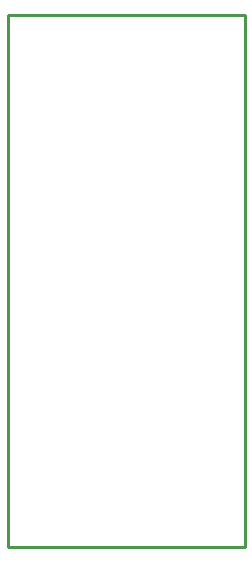
<source format=gko>
G04 Layer: BoardOutlineLayer*
G04 EasyEDA v6.5.22, 2023-04-16 14:26:35*
G04 bb8b18280e224fb8820cbfc46fcd3399,5a6b42c53f6a479593ecc07194224c93,10*
G04 Gerber Generator version 0.2*
G04 Scale: 100 percent, Rotated: No, Reflected: No *
G04 Dimensions in millimeters *
G04 leading zeros omitted , absolute positions ,4 integer and 5 decimal *
%FSLAX45Y45*%
%MOMM*%

%ADD10C,0.2540*%
D10*
X0Y11938000D02*
G01*
X2006600Y11938000D01*
X2006600Y7429500D01*
X0Y7429500D01*
X0Y11938000D01*

%LPD*%
M02*

</source>
